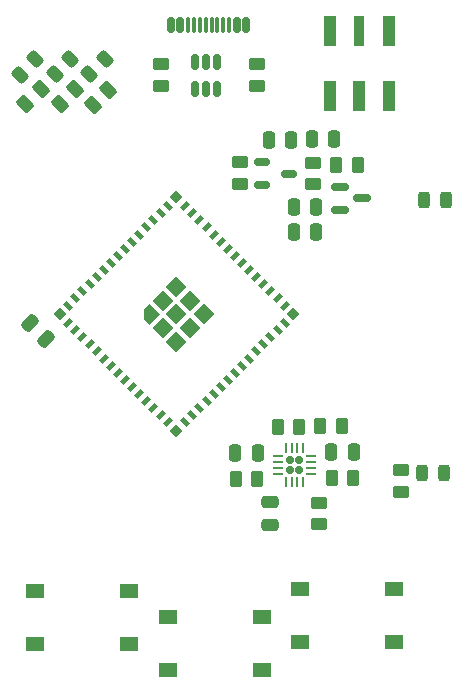
<source format=gbr>
%TF.GenerationSoftware,KiCad,Pcbnew,9.0.0*%
%TF.CreationDate,2026-01-25T00:23:47-05:00*%
%TF.ProjectId,hackapet_v4,6861636b-6170-4657-945f-76342e6b6963,rev?*%
%TF.SameCoordinates,Original*%
%TF.FileFunction,Paste,Top*%
%TF.FilePolarity,Positive*%
%FSLAX46Y46*%
G04 Gerber Fmt 4.6, Leading zero omitted, Abs format (unit mm)*
G04 Created by KiCad (PCBNEW 9.0.0) date 2026-01-25 00:23:47*
%MOMM*%
%LPD*%
G01*
G04 APERTURE LIST*
G04 Aperture macros list*
%AMRoundRect*
0 Rectangle with rounded corners*
0 $1 Rounding radius*
0 $2 $3 $4 $5 $6 $7 $8 $9 X,Y pos of 4 corners*
0 Add a 4 corners polygon primitive as box body*
4,1,4,$2,$3,$4,$5,$6,$7,$8,$9,$2,$3,0*
0 Add four circle primitives for the rounded corners*
1,1,$1+$1,$2,$3*
1,1,$1+$1,$4,$5*
1,1,$1+$1,$6,$7*
1,1,$1+$1,$8,$9*
0 Add four rect primitives between the rounded corners*
20,1,$1+$1,$2,$3,$4,$5,0*
20,1,$1+$1,$4,$5,$6,$7,0*
20,1,$1+$1,$6,$7,$8,$9,0*
20,1,$1+$1,$8,$9,$2,$3,0*%
%AMRotRect*
0 Rectangle, with rotation*
0 The origin of the aperture is its center*
0 $1 length*
0 $2 width*
0 $3 Rotation angle, in degrees counterclockwise*
0 Add horizontal line*
21,1,$1,$2,0,0,$3*%
G04 Aperture macros list end*
%ADD10C,0.010000*%
%ADD11RoundRect,0.150000X0.150000X0.500000X-0.150000X0.500000X-0.150000X-0.500000X0.150000X-0.500000X0*%
%ADD12RoundRect,0.075000X0.075000X0.575000X-0.075000X0.575000X-0.075000X-0.575000X0.075000X-0.575000X0*%
%ADD13R,1.550000X1.300000*%
%ADD14RoundRect,0.243750X0.150260X-0.494975X0.494975X-0.150260X-0.150260X0.494975X-0.494975X0.150260X0*%
%ADD15RoundRect,0.250000X-0.262500X-0.450000X0.262500X-0.450000X0.262500X0.450000X-0.262500X0.450000X0*%
%ADD16RoundRect,0.250000X-0.250000X-0.475000X0.250000X-0.475000X0.250000X0.475000X-0.250000X0.475000X0*%
%ADD17RoundRect,0.243750X0.243750X0.456250X-0.243750X0.456250X-0.243750X-0.456250X0.243750X-0.456250X0*%
%ADD18RoundRect,0.250000X0.250000X0.475000X-0.250000X0.475000X-0.250000X-0.475000X0.250000X-0.475000X0*%
%ADD19RoundRect,0.250000X0.132583X-0.503814X0.503814X-0.132583X-0.132583X0.503814X-0.503814X0.132583X0*%
%ADD20RoundRect,0.150000X-0.587500X-0.150000X0.587500X-0.150000X0.587500X0.150000X-0.587500X0.150000X0*%
%ADD21RoundRect,0.160000X0.160000X0.160000X-0.160000X0.160000X-0.160000X-0.160000X0.160000X-0.160000X0*%
%ADD22RoundRect,0.062500X0.375000X0.062500X-0.375000X0.062500X-0.375000X-0.062500X0.375000X-0.062500X0*%
%ADD23RoundRect,0.062500X0.062500X0.375000X-0.062500X0.375000X-0.062500X-0.375000X0.062500X-0.375000X0*%
%ADD24RoundRect,0.250000X0.262500X0.450000X-0.262500X0.450000X-0.262500X-0.450000X0.262500X-0.450000X0*%
%ADD25RoundRect,0.250000X-0.450000X0.262500X-0.450000X-0.262500X0.450000X-0.262500X0.450000X0.262500X0*%
%ADD26RoundRect,0.150000X-0.512500X-0.150000X0.512500X-0.150000X0.512500X0.150000X-0.512500X0.150000X0*%
%ADD27RoundRect,0.250000X0.450000X-0.262500X0.450000X0.262500X-0.450000X0.262500X-0.450000X-0.262500X0*%
%ADD28RoundRect,0.250000X-0.475000X0.250000X-0.475000X-0.250000X0.475000X-0.250000X0.475000X0.250000X0*%
%ADD29RotRect,0.800000X0.400000X45.000000*%
%ADD30RotRect,0.400000X0.800000X45.000000*%
%ADD31RotRect,1.200000X1.200000X45.000000*%
%ADD32RotRect,0.800000X0.800000X45.000000*%
%ADD33R,1.000000X2.500000*%
%ADD34R,0.900000X2.500000*%
%ADD35RoundRect,0.250000X0.512652X0.159099X0.159099X0.512652X-0.512652X-0.159099X-0.159099X-0.512652X0*%
%ADD36RoundRect,0.150000X-0.150000X0.512500X-0.150000X-0.512500X0.150000X-0.512500X0.150000X0.512500X0*%
G04 APERTURE END LIST*
D10*
%TO.C,U3*%
X185768987Y-81554416D02*
X184920459Y-82402944D01*
X184496195Y-81978680D01*
X184496195Y-81130152D01*
X184920459Y-80705888D01*
X185768987Y-81554416D01*
G36*
X185768987Y-81554416D02*
G01*
X184920459Y-82402944D01*
X184496195Y-81978680D01*
X184496195Y-81130152D01*
X184920459Y-80705888D01*
X185768987Y-81554416D01*
G37*
%TD*%
D11*
%TO.C,J4*%
X193175000Y-57085000D03*
X192375000Y-57085000D03*
D12*
X191225000Y-57085000D03*
X190225000Y-57085000D03*
X189725000Y-57085000D03*
X188725000Y-57085000D03*
D11*
X187575000Y-57085000D03*
X186775000Y-57085000D03*
X186775000Y-57085000D03*
X187575000Y-57085000D03*
D12*
X188225000Y-57085000D03*
X189225000Y-57085000D03*
X190725000Y-57085000D03*
X191725000Y-57085000D03*
D11*
X192375000Y-57085000D03*
X193175000Y-57085000D03*
%TD*%
D13*
%TO.C,SW3*%
X205650000Y-109325000D03*
X197700000Y-109325000D03*
X205650000Y-104825000D03*
X197700000Y-104825000D03*
%TD*%
D14*
%TO.C,D3*%
X173987087Y-61287913D03*
X175312913Y-59962087D03*
%TD*%
D15*
%TO.C,R15*%
X199437500Y-91050000D03*
X201262500Y-91050000D03*
%TD*%
D16*
%TO.C,C7*%
X200347500Y-93210000D03*
X202247500Y-93210000D03*
%TD*%
D17*
%TO.C,D1*%
X210087500Y-71900000D03*
X208212500Y-71900000D03*
%TD*%
D18*
%TO.C,C6*%
X196956250Y-66793750D03*
X195056250Y-66793750D03*
%TD*%
D19*
%TO.C,R3*%
X180154765Y-63845235D03*
X181445235Y-62554765D03*
%TD*%
D20*
%TO.C,Q2*%
X201106250Y-70793750D03*
X201106250Y-72693750D03*
X202981250Y-71743750D03*
%TD*%
D13*
%TO.C,SW1*%
X183200000Y-109450000D03*
X175250000Y-109450000D03*
X183200000Y-104950000D03*
X175250000Y-104950000D03*
%TD*%
D21*
%TO.C,U4*%
X197650000Y-94700000D03*
X197650000Y-93900000D03*
X196850000Y-94700000D03*
X196850000Y-93900000D03*
D22*
X198687500Y-95050000D03*
X198687500Y-94550000D03*
X198687500Y-94050000D03*
X198687500Y-93550000D03*
D23*
X198000000Y-92862500D03*
X197500000Y-92862500D03*
X197000000Y-92862500D03*
X196500000Y-92862500D03*
D22*
X195812500Y-93550000D03*
X195812500Y-94050000D03*
X195812500Y-94550000D03*
X195812500Y-95050000D03*
D23*
X196500000Y-95737500D03*
X197000000Y-95737500D03*
X197500000Y-95737500D03*
X198000000Y-95737500D03*
%TD*%
D24*
%TO.C,R8*%
X197662500Y-91062500D03*
X195837500Y-91062500D03*
%TD*%
D25*
%TO.C,R13*%
X198856250Y-68731250D03*
X198856250Y-70556250D03*
%TD*%
D19*
%TO.C,R1*%
X174454765Y-63745235D03*
X175745235Y-62454765D03*
%TD*%
D26*
%TO.C,U1*%
X194518750Y-68693750D03*
X194518750Y-70593750D03*
X196793750Y-69643750D03*
%TD*%
D27*
%TO.C,R7*%
X192600000Y-70512500D03*
X192600000Y-68687500D03*
%TD*%
D25*
%TO.C,R6*%
X206250000Y-94737500D03*
X206250000Y-96562500D03*
%TD*%
D15*
%TO.C,R14*%
X200793750Y-68893750D03*
X202618750Y-68893750D03*
%TD*%
D19*
%TO.C,R2*%
X177354765Y-63745235D03*
X178645235Y-62454765D03*
%TD*%
D17*
%TO.C,D7*%
X209937500Y-94950000D03*
X208062500Y-94950000D03*
%TD*%
D14*
%TO.C,D4*%
X176937087Y-61237913D03*
X178262913Y-59912087D03*
%TD*%
D28*
%TO.C,C8*%
X195197500Y-97460000D03*
X195197500Y-99360000D03*
%TD*%
D16*
%TO.C,C1*%
X198706250Y-66743750D03*
X200606250Y-66743750D03*
%TD*%
D29*
%TO.C,U3*%
X178096878Y-82296878D03*
X178697919Y-82897919D03*
X179298960Y-83498960D03*
X179900000Y-84100000D03*
X180501041Y-84701041D03*
X181102082Y-85302082D03*
X181703123Y-85903123D03*
X182304164Y-86504163D03*
X182905204Y-87105204D03*
X183506245Y-87706245D03*
X184107286Y-88307286D03*
X184708327Y-88908327D03*
X185309367Y-89509367D03*
X185910408Y-90110408D03*
X186511449Y-90711449D03*
D30*
X187996373Y-90711449D03*
X188597414Y-90110408D03*
X189198455Y-89509367D03*
X189799495Y-88908327D03*
X190400536Y-88307286D03*
X191001577Y-87706245D03*
X191602618Y-87105204D03*
X192203658Y-86504163D03*
X192804699Y-85903123D03*
X193405740Y-85302082D03*
X194006781Y-84701041D03*
X194607822Y-84100000D03*
X195208862Y-83498960D03*
X195809903Y-82897919D03*
X196410944Y-82296878D03*
D29*
X196410944Y-80811954D03*
X195809903Y-80210913D03*
X195208862Y-79609872D03*
X194607822Y-79008832D03*
X194006781Y-78407791D03*
X193405740Y-77806750D03*
X192804699Y-77205709D03*
X192203658Y-76604669D03*
X191602618Y-76003628D03*
X191001577Y-75402587D03*
X190400536Y-74801546D03*
X189799495Y-74200505D03*
X189198455Y-73599465D03*
X188597414Y-72998424D03*
X187996373Y-72397383D03*
D30*
X186511449Y-72397383D03*
X185910408Y-72998424D03*
X185309367Y-73599465D03*
X184708327Y-74200505D03*
X184107286Y-74801546D03*
X183506245Y-75402587D03*
X182905204Y-76003628D03*
X182304164Y-76604669D03*
X181703123Y-77205709D03*
X181102082Y-77806750D03*
X180501041Y-78407791D03*
X179900000Y-79008832D03*
X179298960Y-79609872D03*
X178697919Y-80210913D03*
X178096878Y-80811954D03*
D31*
X187253911Y-81554416D03*
X186087185Y-82721142D03*
X187253911Y-83887868D03*
X188420637Y-82721142D03*
X189587363Y-81554416D03*
X188420637Y-80387690D03*
X187253911Y-79220964D03*
X186087185Y-80387690D03*
D32*
X177354416Y-81554416D03*
X187253911Y-91453911D03*
X197153406Y-81554416D03*
X187253911Y-71654921D03*
%TD*%
D14*
%TO.C,D5*%
X179862087Y-61237913D03*
X181187913Y-59912087D03*
%TD*%
D13*
%TO.C,SW2*%
X194475000Y-111650000D03*
X186525000Y-111650000D03*
X194475000Y-107150000D03*
X186525000Y-107150000D03*
%TD*%
D24*
%TO.C,R11*%
X194110000Y-95510000D03*
X192285000Y-95510000D03*
%TD*%
D25*
%TO.C,R4*%
X194100000Y-60387500D03*
X194100000Y-62212500D03*
%TD*%
D15*
%TO.C,R9*%
X200385000Y-95410000D03*
X202210000Y-95410000D03*
%TD*%
D16*
%TO.C,C4*%
X197206250Y-72493750D03*
X199106250Y-72493750D03*
%TD*%
D33*
%TO.C,SW4*%
X200250000Y-63050000D03*
X202750000Y-63050000D03*
X205250000Y-63050000D03*
X200250000Y-57550000D03*
D34*
X202700000Y-57550000D03*
D33*
X205250000Y-57550000D03*
%TD*%
D25*
%TO.C,R5*%
X185950000Y-60387500D03*
X185950000Y-62212500D03*
%TD*%
D35*
%TO.C,C2*%
X176175662Y-83642715D03*
X174832160Y-82299213D03*
%TD*%
D25*
%TO.C,R12*%
X199297500Y-97497500D03*
X199297500Y-99322500D03*
%TD*%
D36*
%TO.C,U11*%
X190712500Y-60212500D03*
X189762500Y-60212500D03*
X188812500Y-60212500D03*
X188812500Y-62487500D03*
X189762500Y-62487500D03*
X190712500Y-62487500D03*
%TD*%
D16*
%TO.C,C5*%
X197206250Y-74593750D03*
X199106250Y-74593750D03*
%TD*%
D18*
%TO.C,C3*%
X194147500Y-93310000D03*
X192247500Y-93310000D03*
%TD*%
M02*

</source>
